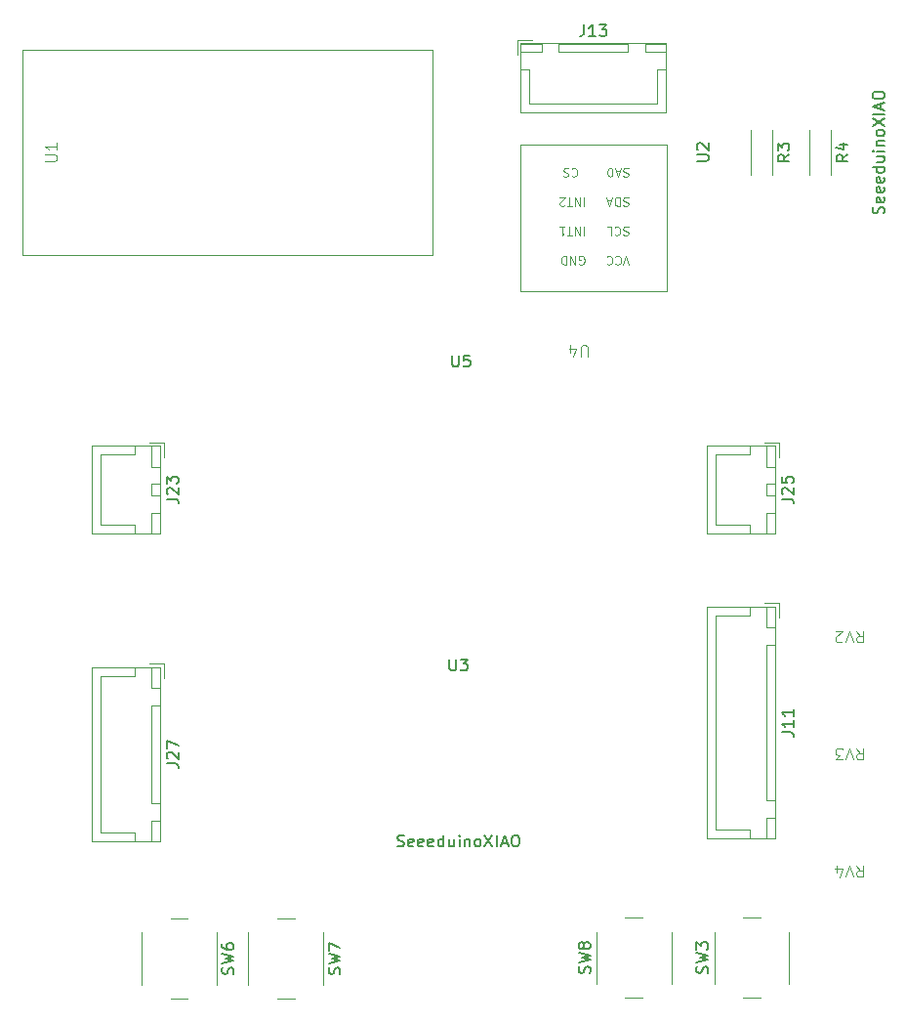
<source format=gbr>
%TF.GenerationSoftware,KiCad,Pcbnew,7.0.2-0*%
%TF.CreationDate,2023-08-02T22:29:10+09:00*%
%TF.ProjectId,main_board2,6d61696e-5f62-46f6-9172-64322e6b6963,rev?*%
%TF.SameCoordinates,Original*%
%TF.FileFunction,Legend,Top*%
%TF.FilePolarity,Positive*%
%FSLAX46Y46*%
G04 Gerber Fmt 4.6, Leading zero omitted, Abs format (unit mm)*
G04 Created by KiCad (PCBNEW 7.0.2-0) date 2023-08-02 22:29:10*
%MOMM*%
%LPD*%
G01*
G04 APERTURE LIST*
%ADD10C,0.150000*%
%ADD11C,0.100000*%
%ADD12C,0.120000*%
G04 APERTURE END LIST*
D10*
%TO.C,R4*%
X172562619Y-72556666D02*
X172086428Y-72889999D01*
X172562619Y-73128094D02*
X171562619Y-73128094D01*
X171562619Y-73128094D02*
X171562619Y-72747142D01*
X171562619Y-72747142D02*
X171610238Y-72651904D01*
X171610238Y-72651904D02*
X171657857Y-72604285D01*
X171657857Y-72604285D02*
X171753095Y-72556666D01*
X171753095Y-72556666D02*
X171895952Y-72556666D01*
X171895952Y-72556666D02*
X171991190Y-72604285D01*
X171991190Y-72604285D02*
X172038809Y-72651904D01*
X172038809Y-72651904D02*
X172086428Y-72747142D01*
X172086428Y-72747142D02*
X172086428Y-73128094D01*
X171895952Y-71699523D02*
X172562619Y-71699523D01*
X171515000Y-71937618D02*
X172229285Y-72175713D01*
X172229285Y-72175713D02*
X172229285Y-71556666D01*
D11*
%TO.C,RV2*%
X173315238Y-113837380D02*
X173648571Y-114313571D01*
X173886666Y-113837380D02*
X173886666Y-114837380D01*
X173886666Y-114837380D02*
X173505714Y-114837380D01*
X173505714Y-114837380D02*
X173410476Y-114789761D01*
X173410476Y-114789761D02*
X173362857Y-114742142D01*
X173362857Y-114742142D02*
X173315238Y-114646904D01*
X173315238Y-114646904D02*
X173315238Y-114504047D01*
X173315238Y-114504047D02*
X173362857Y-114408809D01*
X173362857Y-114408809D02*
X173410476Y-114361190D01*
X173410476Y-114361190D02*
X173505714Y-114313571D01*
X173505714Y-114313571D02*
X173886666Y-114313571D01*
X173029523Y-114837380D02*
X172696190Y-113837380D01*
X172696190Y-113837380D02*
X172362857Y-114837380D01*
X172077142Y-114742142D02*
X172029523Y-114789761D01*
X172029523Y-114789761D02*
X171934285Y-114837380D01*
X171934285Y-114837380D02*
X171696190Y-114837380D01*
X171696190Y-114837380D02*
X171600952Y-114789761D01*
X171600952Y-114789761D02*
X171553333Y-114742142D01*
X171553333Y-114742142D02*
X171505714Y-114646904D01*
X171505714Y-114646904D02*
X171505714Y-114551666D01*
X171505714Y-114551666D02*
X171553333Y-114408809D01*
X171553333Y-114408809D02*
X172124761Y-113837380D01*
X172124761Y-113837380D02*
X171505714Y-113837380D01*
%TO.C,RV3*%
X173315238Y-123997380D02*
X173648571Y-124473571D01*
X173886666Y-123997380D02*
X173886666Y-124997380D01*
X173886666Y-124997380D02*
X173505714Y-124997380D01*
X173505714Y-124997380D02*
X173410476Y-124949761D01*
X173410476Y-124949761D02*
X173362857Y-124902142D01*
X173362857Y-124902142D02*
X173315238Y-124806904D01*
X173315238Y-124806904D02*
X173315238Y-124664047D01*
X173315238Y-124664047D02*
X173362857Y-124568809D01*
X173362857Y-124568809D02*
X173410476Y-124521190D01*
X173410476Y-124521190D02*
X173505714Y-124473571D01*
X173505714Y-124473571D02*
X173886666Y-124473571D01*
X173029523Y-124997380D02*
X172696190Y-123997380D01*
X172696190Y-123997380D02*
X172362857Y-124997380D01*
X172124761Y-124997380D02*
X171505714Y-124997380D01*
X171505714Y-124997380D02*
X171839047Y-124616428D01*
X171839047Y-124616428D02*
X171696190Y-124616428D01*
X171696190Y-124616428D02*
X171600952Y-124568809D01*
X171600952Y-124568809D02*
X171553333Y-124521190D01*
X171553333Y-124521190D02*
X171505714Y-124425952D01*
X171505714Y-124425952D02*
X171505714Y-124187857D01*
X171505714Y-124187857D02*
X171553333Y-124092619D01*
X171553333Y-124092619D02*
X171600952Y-124045000D01*
X171600952Y-124045000D02*
X171696190Y-123997380D01*
X171696190Y-123997380D02*
X171981904Y-123997380D01*
X171981904Y-123997380D02*
X172077142Y-124045000D01*
X172077142Y-124045000D02*
X172124761Y-124092619D01*
D10*
%TO.C,SW3*%
X160395000Y-143498332D02*
X160442619Y-143355475D01*
X160442619Y-143355475D02*
X160442619Y-143117380D01*
X160442619Y-143117380D02*
X160395000Y-143022142D01*
X160395000Y-143022142D02*
X160347380Y-142974523D01*
X160347380Y-142974523D02*
X160252142Y-142926904D01*
X160252142Y-142926904D02*
X160156904Y-142926904D01*
X160156904Y-142926904D02*
X160061666Y-142974523D01*
X160061666Y-142974523D02*
X160014047Y-143022142D01*
X160014047Y-143022142D02*
X159966428Y-143117380D01*
X159966428Y-143117380D02*
X159918809Y-143307856D01*
X159918809Y-143307856D02*
X159871190Y-143403094D01*
X159871190Y-143403094D02*
X159823571Y-143450713D01*
X159823571Y-143450713D02*
X159728333Y-143498332D01*
X159728333Y-143498332D02*
X159633095Y-143498332D01*
X159633095Y-143498332D02*
X159537857Y-143450713D01*
X159537857Y-143450713D02*
X159490238Y-143403094D01*
X159490238Y-143403094D02*
X159442619Y-143307856D01*
X159442619Y-143307856D02*
X159442619Y-143069761D01*
X159442619Y-143069761D02*
X159490238Y-142926904D01*
X159442619Y-142593570D02*
X160442619Y-142355475D01*
X160442619Y-142355475D02*
X159728333Y-142164999D01*
X159728333Y-142164999D02*
X160442619Y-141974523D01*
X160442619Y-141974523D02*
X159442619Y-141736428D01*
X159442619Y-141450713D02*
X159442619Y-140831666D01*
X159442619Y-140831666D02*
X159823571Y-141164999D01*
X159823571Y-141164999D02*
X159823571Y-141022142D01*
X159823571Y-141022142D02*
X159871190Y-140926904D01*
X159871190Y-140926904D02*
X159918809Y-140879285D01*
X159918809Y-140879285D02*
X160014047Y-140831666D01*
X160014047Y-140831666D02*
X160252142Y-140831666D01*
X160252142Y-140831666D02*
X160347380Y-140879285D01*
X160347380Y-140879285D02*
X160395000Y-140926904D01*
X160395000Y-140926904D02*
X160442619Y-141022142D01*
X160442619Y-141022142D02*
X160442619Y-141307856D01*
X160442619Y-141307856D02*
X160395000Y-141403094D01*
X160395000Y-141403094D02*
X160347380Y-141450713D01*
%TO.C,R3*%
X167482619Y-72556666D02*
X167006428Y-72889999D01*
X167482619Y-73128094D02*
X166482619Y-73128094D01*
X166482619Y-73128094D02*
X166482619Y-72747142D01*
X166482619Y-72747142D02*
X166530238Y-72651904D01*
X166530238Y-72651904D02*
X166577857Y-72604285D01*
X166577857Y-72604285D02*
X166673095Y-72556666D01*
X166673095Y-72556666D02*
X166815952Y-72556666D01*
X166815952Y-72556666D02*
X166911190Y-72604285D01*
X166911190Y-72604285D02*
X166958809Y-72651904D01*
X166958809Y-72651904D02*
X167006428Y-72747142D01*
X167006428Y-72747142D02*
X167006428Y-73128094D01*
X166482619Y-72223332D02*
X166482619Y-71604285D01*
X166482619Y-71604285D02*
X166863571Y-71937618D01*
X166863571Y-71937618D02*
X166863571Y-71794761D01*
X166863571Y-71794761D02*
X166911190Y-71699523D01*
X166911190Y-71699523D02*
X166958809Y-71651904D01*
X166958809Y-71651904D02*
X167054047Y-71604285D01*
X167054047Y-71604285D02*
X167292142Y-71604285D01*
X167292142Y-71604285D02*
X167387380Y-71651904D01*
X167387380Y-71651904D02*
X167435000Y-71699523D01*
X167435000Y-71699523D02*
X167482619Y-71794761D01*
X167482619Y-71794761D02*
X167482619Y-72080475D01*
X167482619Y-72080475D02*
X167435000Y-72175713D01*
X167435000Y-72175713D02*
X167387380Y-72223332D01*
%TO.C,J27*%
X113502619Y-125349523D02*
X114216904Y-125349523D01*
X114216904Y-125349523D02*
X114359761Y-125397142D01*
X114359761Y-125397142D02*
X114455000Y-125492380D01*
X114455000Y-125492380D02*
X114502619Y-125635237D01*
X114502619Y-125635237D02*
X114502619Y-125730475D01*
X113597857Y-124920951D02*
X113550238Y-124873332D01*
X113550238Y-124873332D02*
X113502619Y-124778094D01*
X113502619Y-124778094D02*
X113502619Y-124539999D01*
X113502619Y-124539999D02*
X113550238Y-124444761D01*
X113550238Y-124444761D02*
X113597857Y-124397142D01*
X113597857Y-124397142D02*
X113693095Y-124349523D01*
X113693095Y-124349523D02*
X113788333Y-124349523D01*
X113788333Y-124349523D02*
X113931190Y-124397142D01*
X113931190Y-124397142D02*
X114502619Y-124968570D01*
X114502619Y-124968570D02*
X114502619Y-124349523D01*
X113502619Y-124016189D02*
X113502619Y-123349523D01*
X113502619Y-123349523D02*
X114502619Y-123778094D01*
%TO.C,U5*%
X138243695Y-89973619D02*
X138243695Y-90783142D01*
X138243695Y-90783142D02*
X138291314Y-90878380D01*
X138291314Y-90878380D02*
X138338933Y-90926000D01*
X138338933Y-90926000D02*
X138434171Y-90973619D01*
X138434171Y-90973619D02*
X138624647Y-90973619D01*
X138624647Y-90973619D02*
X138719885Y-90926000D01*
X138719885Y-90926000D02*
X138767504Y-90878380D01*
X138767504Y-90878380D02*
X138815123Y-90783142D01*
X138815123Y-90783142D02*
X138815123Y-89973619D01*
X139767504Y-89973619D02*
X139291314Y-89973619D01*
X139291314Y-89973619D02*
X139243695Y-90449809D01*
X139243695Y-90449809D02*
X139291314Y-90402190D01*
X139291314Y-90402190D02*
X139386552Y-90354571D01*
X139386552Y-90354571D02*
X139624647Y-90354571D01*
X139624647Y-90354571D02*
X139719885Y-90402190D01*
X139719885Y-90402190D02*
X139767504Y-90449809D01*
X139767504Y-90449809D02*
X139815123Y-90545047D01*
X139815123Y-90545047D02*
X139815123Y-90783142D01*
X139815123Y-90783142D02*
X139767504Y-90878380D01*
X139767504Y-90878380D02*
X139719885Y-90926000D01*
X139719885Y-90926000D02*
X139624647Y-90973619D01*
X139624647Y-90973619D02*
X139386552Y-90973619D01*
X139386552Y-90973619D02*
X139291314Y-90926000D01*
X139291314Y-90926000D02*
X139243695Y-90878380D01*
D11*
%TO.C,U4*%
X149986904Y-90072380D02*
X149986904Y-89262857D01*
X149986904Y-89262857D02*
X149939285Y-89167619D01*
X149939285Y-89167619D02*
X149891666Y-89120000D01*
X149891666Y-89120000D02*
X149796428Y-89072380D01*
X149796428Y-89072380D02*
X149605952Y-89072380D01*
X149605952Y-89072380D02*
X149510714Y-89120000D01*
X149510714Y-89120000D02*
X149463095Y-89167619D01*
X149463095Y-89167619D02*
X149415476Y-89262857D01*
X149415476Y-89262857D02*
X149415476Y-90072380D01*
X148510714Y-89739047D02*
X148510714Y-89072380D01*
X148748809Y-90120000D02*
X148986904Y-89405714D01*
X148986904Y-89405714D02*
X148367857Y-89405714D01*
X153527142Y-73787500D02*
X153420000Y-73751785D01*
X153420000Y-73751785D02*
X153241428Y-73751785D01*
X153241428Y-73751785D02*
X153170000Y-73787500D01*
X153170000Y-73787500D02*
X153134285Y-73823214D01*
X153134285Y-73823214D02*
X153098571Y-73894642D01*
X153098571Y-73894642D02*
X153098571Y-73966071D01*
X153098571Y-73966071D02*
X153134285Y-74037500D01*
X153134285Y-74037500D02*
X153170000Y-74073214D01*
X153170000Y-74073214D02*
X153241428Y-74108928D01*
X153241428Y-74108928D02*
X153384285Y-74144642D01*
X153384285Y-74144642D02*
X153455714Y-74180357D01*
X153455714Y-74180357D02*
X153491428Y-74216071D01*
X153491428Y-74216071D02*
X153527142Y-74287500D01*
X153527142Y-74287500D02*
X153527142Y-74358928D01*
X153527142Y-74358928D02*
X153491428Y-74430357D01*
X153491428Y-74430357D02*
X153455714Y-74466071D01*
X153455714Y-74466071D02*
X153384285Y-74501785D01*
X153384285Y-74501785D02*
X153205714Y-74501785D01*
X153205714Y-74501785D02*
X153098571Y-74466071D01*
X152812856Y-73966071D02*
X152455714Y-73966071D01*
X152884285Y-73751785D02*
X152634285Y-74501785D01*
X152634285Y-74501785D02*
X152384285Y-73751785D01*
X151991428Y-74501785D02*
X151919999Y-74501785D01*
X151919999Y-74501785D02*
X151848571Y-74466071D01*
X151848571Y-74466071D02*
X151812857Y-74430357D01*
X151812857Y-74430357D02*
X151777142Y-74358928D01*
X151777142Y-74358928D02*
X151741428Y-74216071D01*
X151741428Y-74216071D02*
X151741428Y-74037500D01*
X151741428Y-74037500D02*
X151777142Y-73894642D01*
X151777142Y-73894642D02*
X151812857Y-73823214D01*
X151812857Y-73823214D02*
X151848571Y-73787500D01*
X151848571Y-73787500D02*
X151919999Y-73751785D01*
X151919999Y-73751785D02*
X151991428Y-73751785D01*
X151991428Y-73751785D02*
X152062857Y-73787500D01*
X152062857Y-73787500D02*
X152098571Y-73823214D01*
X152098571Y-73823214D02*
X152134285Y-73894642D01*
X152134285Y-73894642D02*
X152169999Y-74037500D01*
X152169999Y-74037500D02*
X152169999Y-74216071D01*
X152169999Y-74216071D02*
X152134285Y-74358928D01*
X152134285Y-74358928D02*
X152098571Y-74430357D01*
X152098571Y-74430357D02*
X152062857Y-74466071D01*
X152062857Y-74466071D02*
X151991428Y-74501785D01*
X153527142Y-78867500D02*
X153420000Y-78831785D01*
X153420000Y-78831785D02*
X153241428Y-78831785D01*
X153241428Y-78831785D02*
X153170000Y-78867500D01*
X153170000Y-78867500D02*
X153134285Y-78903214D01*
X153134285Y-78903214D02*
X153098571Y-78974642D01*
X153098571Y-78974642D02*
X153098571Y-79046071D01*
X153098571Y-79046071D02*
X153134285Y-79117500D01*
X153134285Y-79117500D02*
X153170000Y-79153214D01*
X153170000Y-79153214D02*
X153241428Y-79188928D01*
X153241428Y-79188928D02*
X153384285Y-79224642D01*
X153384285Y-79224642D02*
X153455714Y-79260357D01*
X153455714Y-79260357D02*
X153491428Y-79296071D01*
X153491428Y-79296071D02*
X153527142Y-79367500D01*
X153527142Y-79367500D02*
X153527142Y-79438928D01*
X153527142Y-79438928D02*
X153491428Y-79510357D01*
X153491428Y-79510357D02*
X153455714Y-79546071D01*
X153455714Y-79546071D02*
X153384285Y-79581785D01*
X153384285Y-79581785D02*
X153205714Y-79581785D01*
X153205714Y-79581785D02*
X153098571Y-79546071D01*
X152348571Y-78903214D02*
X152384285Y-78867500D01*
X152384285Y-78867500D02*
X152491428Y-78831785D01*
X152491428Y-78831785D02*
X152562856Y-78831785D01*
X152562856Y-78831785D02*
X152669999Y-78867500D01*
X152669999Y-78867500D02*
X152741428Y-78938928D01*
X152741428Y-78938928D02*
X152777142Y-79010357D01*
X152777142Y-79010357D02*
X152812856Y-79153214D01*
X152812856Y-79153214D02*
X152812856Y-79260357D01*
X152812856Y-79260357D02*
X152777142Y-79403214D01*
X152777142Y-79403214D02*
X152741428Y-79474642D01*
X152741428Y-79474642D02*
X152669999Y-79546071D01*
X152669999Y-79546071D02*
X152562856Y-79581785D01*
X152562856Y-79581785D02*
X152491428Y-79581785D01*
X152491428Y-79581785D02*
X152384285Y-79546071D01*
X152384285Y-79546071D02*
X152348571Y-79510357D01*
X151669999Y-78831785D02*
X152027142Y-78831785D01*
X152027142Y-78831785D02*
X152027142Y-79581785D01*
X149681428Y-78831785D02*
X149681428Y-79581785D01*
X149324285Y-78831785D02*
X149324285Y-79581785D01*
X149324285Y-79581785D02*
X148895714Y-78831785D01*
X148895714Y-78831785D02*
X148895714Y-79581785D01*
X148645714Y-79581785D02*
X148217143Y-79581785D01*
X148431428Y-78831785D02*
X148431428Y-79581785D01*
X147574285Y-78831785D02*
X148002856Y-78831785D01*
X147788571Y-78831785D02*
X147788571Y-79581785D01*
X147788571Y-79581785D02*
X147859999Y-79474642D01*
X147859999Y-79474642D02*
X147931428Y-79403214D01*
X147931428Y-79403214D02*
X148002856Y-79367500D01*
X149681428Y-76291785D02*
X149681428Y-77041785D01*
X149324285Y-76291785D02*
X149324285Y-77041785D01*
X149324285Y-77041785D02*
X148895714Y-76291785D01*
X148895714Y-76291785D02*
X148895714Y-77041785D01*
X148645714Y-77041785D02*
X148217143Y-77041785D01*
X148431428Y-76291785D02*
X148431428Y-77041785D01*
X148002856Y-76970357D02*
X147967142Y-77006071D01*
X147967142Y-77006071D02*
X147895714Y-77041785D01*
X147895714Y-77041785D02*
X147717142Y-77041785D01*
X147717142Y-77041785D02*
X147645714Y-77006071D01*
X147645714Y-77006071D02*
X147609999Y-76970357D01*
X147609999Y-76970357D02*
X147574285Y-76898928D01*
X147574285Y-76898928D02*
X147574285Y-76827500D01*
X147574285Y-76827500D02*
X147609999Y-76720357D01*
X147609999Y-76720357D02*
X148038571Y-76291785D01*
X148038571Y-76291785D02*
X147574285Y-76291785D01*
X148617857Y-73823214D02*
X148653571Y-73787500D01*
X148653571Y-73787500D02*
X148760714Y-73751785D01*
X148760714Y-73751785D02*
X148832142Y-73751785D01*
X148832142Y-73751785D02*
X148939285Y-73787500D01*
X148939285Y-73787500D02*
X149010714Y-73858928D01*
X149010714Y-73858928D02*
X149046428Y-73930357D01*
X149046428Y-73930357D02*
X149082142Y-74073214D01*
X149082142Y-74073214D02*
X149082142Y-74180357D01*
X149082142Y-74180357D02*
X149046428Y-74323214D01*
X149046428Y-74323214D02*
X149010714Y-74394642D01*
X149010714Y-74394642D02*
X148939285Y-74466071D01*
X148939285Y-74466071D02*
X148832142Y-74501785D01*
X148832142Y-74501785D02*
X148760714Y-74501785D01*
X148760714Y-74501785D02*
X148653571Y-74466071D01*
X148653571Y-74466071D02*
X148617857Y-74430357D01*
X148332142Y-73787500D02*
X148225000Y-73751785D01*
X148225000Y-73751785D02*
X148046428Y-73751785D01*
X148046428Y-73751785D02*
X147975000Y-73787500D01*
X147975000Y-73787500D02*
X147939285Y-73823214D01*
X147939285Y-73823214D02*
X147903571Y-73894642D01*
X147903571Y-73894642D02*
X147903571Y-73966071D01*
X147903571Y-73966071D02*
X147939285Y-74037500D01*
X147939285Y-74037500D02*
X147975000Y-74073214D01*
X147975000Y-74073214D02*
X148046428Y-74108928D01*
X148046428Y-74108928D02*
X148189285Y-74144642D01*
X148189285Y-74144642D02*
X148260714Y-74180357D01*
X148260714Y-74180357D02*
X148296428Y-74216071D01*
X148296428Y-74216071D02*
X148332142Y-74287500D01*
X148332142Y-74287500D02*
X148332142Y-74358928D01*
X148332142Y-74358928D02*
X148296428Y-74430357D01*
X148296428Y-74430357D02*
X148260714Y-74466071D01*
X148260714Y-74466071D02*
X148189285Y-74501785D01*
X148189285Y-74501785D02*
X148010714Y-74501785D01*
X148010714Y-74501785D02*
X147903571Y-74466071D01*
X149288571Y-82086071D02*
X149360000Y-82121785D01*
X149360000Y-82121785D02*
X149467142Y-82121785D01*
X149467142Y-82121785D02*
X149574285Y-82086071D01*
X149574285Y-82086071D02*
X149645714Y-82014642D01*
X149645714Y-82014642D02*
X149681428Y-81943214D01*
X149681428Y-81943214D02*
X149717142Y-81800357D01*
X149717142Y-81800357D02*
X149717142Y-81693214D01*
X149717142Y-81693214D02*
X149681428Y-81550357D01*
X149681428Y-81550357D02*
X149645714Y-81478928D01*
X149645714Y-81478928D02*
X149574285Y-81407500D01*
X149574285Y-81407500D02*
X149467142Y-81371785D01*
X149467142Y-81371785D02*
X149395714Y-81371785D01*
X149395714Y-81371785D02*
X149288571Y-81407500D01*
X149288571Y-81407500D02*
X149252857Y-81443214D01*
X149252857Y-81443214D02*
X149252857Y-81693214D01*
X149252857Y-81693214D02*
X149395714Y-81693214D01*
X148931428Y-81371785D02*
X148931428Y-82121785D01*
X148931428Y-82121785D02*
X148502857Y-81371785D01*
X148502857Y-81371785D02*
X148502857Y-82121785D01*
X148145714Y-81371785D02*
X148145714Y-82121785D01*
X148145714Y-82121785D02*
X147967143Y-82121785D01*
X147967143Y-82121785D02*
X147860000Y-82086071D01*
X147860000Y-82086071D02*
X147788571Y-82014642D01*
X147788571Y-82014642D02*
X147752857Y-81943214D01*
X147752857Y-81943214D02*
X147717143Y-81800357D01*
X147717143Y-81800357D02*
X147717143Y-81693214D01*
X147717143Y-81693214D02*
X147752857Y-81550357D01*
X147752857Y-81550357D02*
X147788571Y-81478928D01*
X147788571Y-81478928D02*
X147860000Y-81407500D01*
X147860000Y-81407500D02*
X147967143Y-81371785D01*
X147967143Y-81371785D02*
X148145714Y-81371785D01*
X153598571Y-82121785D02*
X153348571Y-81371785D01*
X153348571Y-81371785D02*
X153098571Y-82121785D01*
X152420000Y-81443214D02*
X152455714Y-81407500D01*
X152455714Y-81407500D02*
X152562857Y-81371785D01*
X152562857Y-81371785D02*
X152634285Y-81371785D01*
X152634285Y-81371785D02*
X152741428Y-81407500D01*
X152741428Y-81407500D02*
X152812857Y-81478928D01*
X152812857Y-81478928D02*
X152848571Y-81550357D01*
X152848571Y-81550357D02*
X152884285Y-81693214D01*
X152884285Y-81693214D02*
X152884285Y-81800357D01*
X152884285Y-81800357D02*
X152848571Y-81943214D01*
X152848571Y-81943214D02*
X152812857Y-82014642D01*
X152812857Y-82014642D02*
X152741428Y-82086071D01*
X152741428Y-82086071D02*
X152634285Y-82121785D01*
X152634285Y-82121785D02*
X152562857Y-82121785D01*
X152562857Y-82121785D02*
X152455714Y-82086071D01*
X152455714Y-82086071D02*
X152420000Y-82050357D01*
X151670000Y-81443214D02*
X151705714Y-81407500D01*
X151705714Y-81407500D02*
X151812857Y-81371785D01*
X151812857Y-81371785D02*
X151884285Y-81371785D01*
X151884285Y-81371785D02*
X151991428Y-81407500D01*
X151991428Y-81407500D02*
X152062857Y-81478928D01*
X152062857Y-81478928D02*
X152098571Y-81550357D01*
X152098571Y-81550357D02*
X152134285Y-81693214D01*
X152134285Y-81693214D02*
X152134285Y-81800357D01*
X152134285Y-81800357D02*
X152098571Y-81943214D01*
X152098571Y-81943214D02*
X152062857Y-82014642D01*
X152062857Y-82014642D02*
X151991428Y-82086071D01*
X151991428Y-82086071D02*
X151884285Y-82121785D01*
X151884285Y-82121785D02*
X151812857Y-82121785D01*
X151812857Y-82121785D02*
X151705714Y-82086071D01*
X151705714Y-82086071D02*
X151670000Y-82050357D01*
X153527142Y-76327500D02*
X153420000Y-76291785D01*
X153420000Y-76291785D02*
X153241428Y-76291785D01*
X153241428Y-76291785D02*
X153170000Y-76327500D01*
X153170000Y-76327500D02*
X153134285Y-76363214D01*
X153134285Y-76363214D02*
X153098571Y-76434642D01*
X153098571Y-76434642D02*
X153098571Y-76506071D01*
X153098571Y-76506071D02*
X153134285Y-76577500D01*
X153134285Y-76577500D02*
X153170000Y-76613214D01*
X153170000Y-76613214D02*
X153241428Y-76648928D01*
X153241428Y-76648928D02*
X153384285Y-76684642D01*
X153384285Y-76684642D02*
X153455714Y-76720357D01*
X153455714Y-76720357D02*
X153491428Y-76756071D01*
X153491428Y-76756071D02*
X153527142Y-76827500D01*
X153527142Y-76827500D02*
X153527142Y-76898928D01*
X153527142Y-76898928D02*
X153491428Y-76970357D01*
X153491428Y-76970357D02*
X153455714Y-77006071D01*
X153455714Y-77006071D02*
X153384285Y-77041785D01*
X153384285Y-77041785D02*
X153205714Y-77041785D01*
X153205714Y-77041785D02*
X153098571Y-77006071D01*
X152777142Y-76291785D02*
X152777142Y-77041785D01*
X152777142Y-77041785D02*
X152598571Y-77041785D01*
X152598571Y-77041785D02*
X152491428Y-77006071D01*
X152491428Y-77006071D02*
X152419999Y-76934642D01*
X152419999Y-76934642D02*
X152384285Y-76863214D01*
X152384285Y-76863214D02*
X152348571Y-76720357D01*
X152348571Y-76720357D02*
X152348571Y-76613214D01*
X152348571Y-76613214D02*
X152384285Y-76470357D01*
X152384285Y-76470357D02*
X152419999Y-76398928D01*
X152419999Y-76398928D02*
X152491428Y-76327500D01*
X152491428Y-76327500D02*
X152598571Y-76291785D01*
X152598571Y-76291785D02*
X152777142Y-76291785D01*
X152062856Y-76506071D02*
X151705714Y-76506071D01*
X152134285Y-76291785D02*
X151884285Y-77041785D01*
X151884285Y-77041785D02*
X151634285Y-76291785D01*
D10*
%TO.C,U2*%
X159482619Y-73151904D02*
X160292142Y-73151904D01*
X160292142Y-73151904D02*
X160387380Y-73104285D01*
X160387380Y-73104285D02*
X160435000Y-73056666D01*
X160435000Y-73056666D02*
X160482619Y-72961428D01*
X160482619Y-72961428D02*
X160482619Y-72770952D01*
X160482619Y-72770952D02*
X160435000Y-72675714D01*
X160435000Y-72675714D02*
X160387380Y-72628095D01*
X160387380Y-72628095D02*
X160292142Y-72580476D01*
X160292142Y-72580476D02*
X159482619Y-72580476D01*
X159577857Y-72151904D02*
X159530238Y-72104285D01*
X159530238Y-72104285D02*
X159482619Y-72009047D01*
X159482619Y-72009047D02*
X159482619Y-71770952D01*
X159482619Y-71770952D02*
X159530238Y-71675714D01*
X159530238Y-71675714D02*
X159577857Y-71628095D01*
X159577857Y-71628095D02*
X159673095Y-71580476D01*
X159673095Y-71580476D02*
X159768333Y-71580476D01*
X159768333Y-71580476D02*
X159911190Y-71628095D01*
X159911190Y-71628095D02*
X160482619Y-72199523D01*
X160482619Y-72199523D02*
X160482619Y-71580476D01*
X175675000Y-77675713D02*
X175722619Y-77532856D01*
X175722619Y-77532856D02*
X175722619Y-77294761D01*
X175722619Y-77294761D02*
X175675000Y-77199523D01*
X175675000Y-77199523D02*
X175627380Y-77151904D01*
X175627380Y-77151904D02*
X175532142Y-77104285D01*
X175532142Y-77104285D02*
X175436904Y-77104285D01*
X175436904Y-77104285D02*
X175341666Y-77151904D01*
X175341666Y-77151904D02*
X175294047Y-77199523D01*
X175294047Y-77199523D02*
X175246428Y-77294761D01*
X175246428Y-77294761D02*
X175198809Y-77485237D01*
X175198809Y-77485237D02*
X175151190Y-77580475D01*
X175151190Y-77580475D02*
X175103571Y-77628094D01*
X175103571Y-77628094D02*
X175008333Y-77675713D01*
X175008333Y-77675713D02*
X174913095Y-77675713D01*
X174913095Y-77675713D02*
X174817857Y-77628094D01*
X174817857Y-77628094D02*
X174770238Y-77580475D01*
X174770238Y-77580475D02*
X174722619Y-77485237D01*
X174722619Y-77485237D02*
X174722619Y-77247142D01*
X174722619Y-77247142D02*
X174770238Y-77104285D01*
X175675000Y-76294761D02*
X175722619Y-76389999D01*
X175722619Y-76389999D02*
X175722619Y-76580475D01*
X175722619Y-76580475D02*
X175675000Y-76675713D01*
X175675000Y-76675713D02*
X175579761Y-76723332D01*
X175579761Y-76723332D02*
X175198809Y-76723332D01*
X175198809Y-76723332D02*
X175103571Y-76675713D01*
X175103571Y-76675713D02*
X175055952Y-76580475D01*
X175055952Y-76580475D02*
X175055952Y-76389999D01*
X175055952Y-76389999D02*
X175103571Y-76294761D01*
X175103571Y-76294761D02*
X175198809Y-76247142D01*
X175198809Y-76247142D02*
X175294047Y-76247142D01*
X175294047Y-76247142D02*
X175389285Y-76723332D01*
X175675000Y-75437618D02*
X175722619Y-75532856D01*
X175722619Y-75532856D02*
X175722619Y-75723332D01*
X175722619Y-75723332D02*
X175675000Y-75818570D01*
X175675000Y-75818570D02*
X175579761Y-75866189D01*
X175579761Y-75866189D02*
X175198809Y-75866189D01*
X175198809Y-75866189D02*
X175103571Y-75818570D01*
X175103571Y-75818570D02*
X175055952Y-75723332D01*
X175055952Y-75723332D02*
X175055952Y-75532856D01*
X175055952Y-75532856D02*
X175103571Y-75437618D01*
X175103571Y-75437618D02*
X175198809Y-75389999D01*
X175198809Y-75389999D02*
X175294047Y-75389999D01*
X175294047Y-75389999D02*
X175389285Y-75866189D01*
X175675000Y-74580475D02*
X175722619Y-74675713D01*
X175722619Y-74675713D02*
X175722619Y-74866189D01*
X175722619Y-74866189D02*
X175675000Y-74961427D01*
X175675000Y-74961427D02*
X175579761Y-75009046D01*
X175579761Y-75009046D02*
X175198809Y-75009046D01*
X175198809Y-75009046D02*
X175103571Y-74961427D01*
X175103571Y-74961427D02*
X175055952Y-74866189D01*
X175055952Y-74866189D02*
X175055952Y-74675713D01*
X175055952Y-74675713D02*
X175103571Y-74580475D01*
X175103571Y-74580475D02*
X175198809Y-74532856D01*
X175198809Y-74532856D02*
X175294047Y-74532856D01*
X175294047Y-74532856D02*
X175389285Y-75009046D01*
X175722619Y-73675713D02*
X174722619Y-73675713D01*
X175675000Y-73675713D02*
X175722619Y-73770951D01*
X175722619Y-73770951D02*
X175722619Y-73961427D01*
X175722619Y-73961427D02*
X175675000Y-74056665D01*
X175675000Y-74056665D02*
X175627380Y-74104284D01*
X175627380Y-74104284D02*
X175532142Y-74151903D01*
X175532142Y-74151903D02*
X175246428Y-74151903D01*
X175246428Y-74151903D02*
X175151190Y-74104284D01*
X175151190Y-74104284D02*
X175103571Y-74056665D01*
X175103571Y-74056665D02*
X175055952Y-73961427D01*
X175055952Y-73961427D02*
X175055952Y-73770951D01*
X175055952Y-73770951D02*
X175103571Y-73675713D01*
X175055952Y-72770951D02*
X175722619Y-72770951D01*
X175055952Y-73199522D02*
X175579761Y-73199522D01*
X175579761Y-73199522D02*
X175675000Y-73151903D01*
X175675000Y-73151903D02*
X175722619Y-73056665D01*
X175722619Y-73056665D02*
X175722619Y-72913808D01*
X175722619Y-72913808D02*
X175675000Y-72818570D01*
X175675000Y-72818570D02*
X175627380Y-72770951D01*
X175722619Y-72294760D02*
X175055952Y-72294760D01*
X174722619Y-72294760D02*
X174770238Y-72342379D01*
X174770238Y-72342379D02*
X174817857Y-72294760D01*
X174817857Y-72294760D02*
X174770238Y-72247141D01*
X174770238Y-72247141D02*
X174722619Y-72294760D01*
X174722619Y-72294760D02*
X174817857Y-72294760D01*
X175055952Y-71818570D02*
X175722619Y-71818570D01*
X175151190Y-71818570D02*
X175103571Y-71770951D01*
X175103571Y-71770951D02*
X175055952Y-71675713D01*
X175055952Y-71675713D02*
X175055952Y-71532856D01*
X175055952Y-71532856D02*
X175103571Y-71437618D01*
X175103571Y-71437618D02*
X175198809Y-71389999D01*
X175198809Y-71389999D02*
X175722619Y-71389999D01*
X175722619Y-70770951D02*
X175675000Y-70866189D01*
X175675000Y-70866189D02*
X175627380Y-70913808D01*
X175627380Y-70913808D02*
X175532142Y-70961427D01*
X175532142Y-70961427D02*
X175246428Y-70961427D01*
X175246428Y-70961427D02*
X175151190Y-70913808D01*
X175151190Y-70913808D02*
X175103571Y-70866189D01*
X175103571Y-70866189D02*
X175055952Y-70770951D01*
X175055952Y-70770951D02*
X175055952Y-70628094D01*
X175055952Y-70628094D02*
X175103571Y-70532856D01*
X175103571Y-70532856D02*
X175151190Y-70485237D01*
X175151190Y-70485237D02*
X175246428Y-70437618D01*
X175246428Y-70437618D02*
X175532142Y-70437618D01*
X175532142Y-70437618D02*
X175627380Y-70485237D01*
X175627380Y-70485237D02*
X175675000Y-70532856D01*
X175675000Y-70532856D02*
X175722619Y-70628094D01*
X175722619Y-70628094D02*
X175722619Y-70770951D01*
X174722619Y-70104284D02*
X175722619Y-69437618D01*
X174722619Y-69437618D02*
X175722619Y-70104284D01*
X175722619Y-69056665D02*
X174722619Y-69056665D01*
X175436904Y-68628094D02*
X175436904Y-68151904D01*
X175722619Y-68723332D02*
X174722619Y-68389999D01*
X174722619Y-68389999D02*
X175722619Y-68056666D01*
X174722619Y-67532856D02*
X174722619Y-67342380D01*
X174722619Y-67342380D02*
X174770238Y-67247142D01*
X174770238Y-67247142D02*
X174865476Y-67151904D01*
X174865476Y-67151904D02*
X175055952Y-67104285D01*
X175055952Y-67104285D02*
X175389285Y-67104285D01*
X175389285Y-67104285D02*
X175579761Y-67151904D01*
X175579761Y-67151904D02*
X175675000Y-67247142D01*
X175675000Y-67247142D02*
X175722619Y-67342380D01*
X175722619Y-67342380D02*
X175722619Y-67532856D01*
X175722619Y-67532856D02*
X175675000Y-67628094D01*
X175675000Y-67628094D02*
X175579761Y-67723332D01*
X175579761Y-67723332D02*
X175389285Y-67770951D01*
X175389285Y-67770951D02*
X175055952Y-67770951D01*
X175055952Y-67770951D02*
X174865476Y-67723332D01*
X174865476Y-67723332D02*
X174770238Y-67628094D01*
X174770238Y-67628094D02*
X174722619Y-67532856D01*
%TO.C,J11*%
X166842619Y-122609523D02*
X167556904Y-122609523D01*
X167556904Y-122609523D02*
X167699761Y-122657142D01*
X167699761Y-122657142D02*
X167795000Y-122752380D01*
X167795000Y-122752380D02*
X167842619Y-122895237D01*
X167842619Y-122895237D02*
X167842619Y-122990475D01*
X167842619Y-121609523D02*
X167842619Y-122180951D01*
X167842619Y-121895237D02*
X166842619Y-121895237D01*
X166842619Y-121895237D02*
X166985476Y-121990475D01*
X166985476Y-121990475D02*
X167080714Y-122085713D01*
X167080714Y-122085713D02*
X167128333Y-122180951D01*
X167842619Y-120657142D02*
X167842619Y-121228570D01*
X167842619Y-120942856D02*
X166842619Y-120942856D01*
X166842619Y-120942856D02*
X166985476Y-121038094D01*
X166985476Y-121038094D02*
X167080714Y-121133332D01*
X167080714Y-121133332D02*
X167128333Y-121228570D01*
D11*
%TO.C,RV4*%
X173315238Y-134157380D02*
X173648571Y-134633571D01*
X173886666Y-134157380D02*
X173886666Y-135157380D01*
X173886666Y-135157380D02*
X173505714Y-135157380D01*
X173505714Y-135157380D02*
X173410476Y-135109761D01*
X173410476Y-135109761D02*
X173362857Y-135062142D01*
X173362857Y-135062142D02*
X173315238Y-134966904D01*
X173315238Y-134966904D02*
X173315238Y-134824047D01*
X173315238Y-134824047D02*
X173362857Y-134728809D01*
X173362857Y-134728809D02*
X173410476Y-134681190D01*
X173410476Y-134681190D02*
X173505714Y-134633571D01*
X173505714Y-134633571D02*
X173886666Y-134633571D01*
X173029523Y-135157380D02*
X172696190Y-134157380D01*
X172696190Y-134157380D02*
X172362857Y-135157380D01*
X171600952Y-134824047D02*
X171600952Y-134157380D01*
X171839047Y-135205000D02*
X172077142Y-134490714D01*
X172077142Y-134490714D02*
X171458095Y-134490714D01*
D10*
%TO.C,SW8*%
X150180000Y-143498332D02*
X150227619Y-143355475D01*
X150227619Y-143355475D02*
X150227619Y-143117380D01*
X150227619Y-143117380D02*
X150180000Y-143022142D01*
X150180000Y-143022142D02*
X150132380Y-142974523D01*
X150132380Y-142974523D02*
X150037142Y-142926904D01*
X150037142Y-142926904D02*
X149941904Y-142926904D01*
X149941904Y-142926904D02*
X149846666Y-142974523D01*
X149846666Y-142974523D02*
X149799047Y-143022142D01*
X149799047Y-143022142D02*
X149751428Y-143117380D01*
X149751428Y-143117380D02*
X149703809Y-143307856D01*
X149703809Y-143307856D02*
X149656190Y-143403094D01*
X149656190Y-143403094D02*
X149608571Y-143450713D01*
X149608571Y-143450713D02*
X149513333Y-143498332D01*
X149513333Y-143498332D02*
X149418095Y-143498332D01*
X149418095Y-143498332D02*
X149322857Y-143450713D01*
X149322857Y-143450713D02*
X149275238Y-143403094D01*
X149275238Y-143403094D02*
X149227619Y-143307856D01*
X149227619Y-143307856D02*
X149227619Y-143069761D01*
X149227619Y-143069761D02*
X149275238Y-142926904D01*
X149227619Y-142593570D02*
X150227619Y-142355475D01*
X150227619Y-142355475D02*
X149513333Y-142164999D01*
X149513333Y-142164999D02*
X150227619Y-141974523D01*
X150227619Y-141974523D02*
X149227619Y-141736428D01*
X149656190Y-141212618D02*
X149608571Y-141307856D01*
X149608571Y-141307856D02*
X149560952Y-141355475D01*
X149560952Y-141355475D02*
X149465714Y-141403094D01*
X149465714Y-141403094D02*
X149418095Y-141403094D01*
X149418095Y-141403094D02*
X149322857Y-141355475D01*
X149322857Y-141355475D02*
X149275238Y-141307856D01*
X149275238Y-141307856D02*
X149227619Y-141212618D01*
X149227619Y-141212618D02*
X149227619Y-141022142D01*
X149227619Y-141022142D02*
X149275238Y-140926904D01*
X149275238Y-140926904D02*
X149322857Y-140879285D01*
X149322857Y-140879285D02*
X149418095Y-140831666D01*
X149418095Y-140831666D02*
X149465714Y-140831666D01*
X149465714Y-140831666D02*
X149560952Y-140879285D01*
X149560952Y-140879285D02*
X149608571Y-140926904D01*
X149608571Y-140926904D02*
X149656190Y-141022142D01*
X149656190Y-141022142D02*
X149656190Y-141212618D01*
X149656190Y-141212618D02*
X149703809Y-141307856D01*
X149703809Y-141307856D02*
X149751428Y-141355475D01*
X149751428Y-141355475D02*
X149846666Y-141403094D01*
X149846666Y-141403094D02*
X150037142Y-141403094D01*
X150037142Y-141403094D02*
X150132380Y-141355475D01*
X150132380Y-141355475D02*
X150180000Y-141307856D01*
X150180000Y-141307856D02*
X150227619Y-141212618D01*
X150227619Y-141212618D02*
X150227619Y-141022142D01*
X150227619Y-141022142D02*
X150180000Y-140926904D01*
X150180000Y-140926904D02*
X150132380Y-140879285D01*
X150132380Y-140879285D02*
X150037142Y-140831666D01*
X150037142Y-140831666D02*
X149846666Y-140831666D01*
X149846666Y-140831666D02*
X149751428Y-140879285D01*
X149751428Y-140879285D02*
X149703809Y-140926904D01*
X149703809Y-140926904D02*
X149656190Y-141022142D01*
%TO.C,U3*%
X138023695Y-116302619D02*
X138023695Y-117112142D01*
X138023695Y-117112142D02*
X138071314Y-117207380D01*
X138071314Y-117207380D02*
X138118933Y-117255000D01*
X138118933Y-117255000D02*
X138214171Y-117302619D01*
X138214171Y-117302619D02*
X138404647Y-117302619D01*
X138404647Y-117302619D02*
X138499885Y-117255000D01*
X138499885Y-117255000D02*
X138547504Y-117207380D01*
X138547504Y-117207380D02*
X138595123Y-117112142D01*
X138595123Y-117112142D02*
X138595123Y-116302619D01*
X138976076Y-116302619D02*
X139595123Y-116302619D01*
X139595123Y-116302619D02*
X139261790Y-116683571D01*
X139261790Y-116683571D02*
X139404647Y-116683571D01*
X139404647Y-116683571D02*
X139499885Y-116731190D01*
X139499885Y-116731190D02*
X139547504Y-116778809D01*
X139547504Y-116778809D02*
X139595123Y-116874047D01*
X139595123Y-116874047D02*
X139595123Y-117112142D01*
X139595123Y-117112142D02*
X139547504Y-117207380D01*
X139547504Y-117207380D02*
X139499885Y-117255000D01*
X139499885Y-117255000D02*
X139404647Y-117302619D01*
X139404647Y-117302619D02*
X139118933Y-117302619D01*
X139118933Y-117302619D02*
X139023695Y-117255000D01*
X139023695Y-117255000D02*
X138976076Y-117207380D01*
X133499886Y-132495000D02*
X133642743Y-132542619D01*
X133642743Y-132542619D02*
X133880838Y-132542619D01*
X133880838Y-132542619D02*
X133976076Y-132495000D01*
X133976076Y-132495000D02*
X134023695Y-132447380D01*
X134023695Y-132447380D02*
X134071314Y-132352142D01*
X134071314Y-132352142D02*
X134071314Y-132256904D01*
X134071314Y-132256904D02*
X134023695Y-132161666D01*
X134023695Y-132161666D02*
X133976076Y-132114047D01*
X133976076Y-132114047D02*
X133880838Y-132066428D01*
X133880838Y-132066428D02*
X133690362Y-132018809D01*
X133690362Y-132018809D02*
X133595124Y-131971190D01*
X133595124Y-131971190D02*
X133547505Y-131923571D01*
X133547505Y-131923571D02*
X133499886Y-131828333D01*
X133499886Y-131828333D02*
X133499886Y-131733095D01*
X133499886Y-131733095D02*
X133547505Y-131637857D01*
X133547505Y-131637857D02*
X133595124Y-131590238D01*
X133595124Y-131590238D02*
X133690362Y-131542619D01*
X133690362Y-131542619D02*
X133928457Y-131542619D01*
X133928457Y-131542619D02*
X134071314Y-131590238D01*
X134880838Y-132495000D02*
X134785600Y-132542619D01*
X134785600Y-132542619D02*
X134595124Y-132542619D01*
X134595124Y-132542619D02*
X134499886Y-132495000D01*
X134499886Y-132495000D02*
X134452267Y-132399761D01*
X134452267Y-132399761D02*
X134452267Y-132018809D01*
X134452267Y-132018809D02*
X134499886Y-131923571D01*
X134499886Y-131923571D02*
X134595124Y-131875952D01*
X134595124Y-131875952D02*
X134785600Y-131875952D01*
X134785600Y-131875952D02*
X134880838Y-131923571D01*
X134880838Y-131923571D02*
X134928457Y-132018809D01*
X134928457Y-132018809D02*
X134928457Y-132114047D01*
X134928457Y-132114047D02*
X134452267Y-132209285D01*
X135737981Y-132495000D02*
X135642743Y-132542619D01*
X135642743Y-132542619D02*
X135452267Y-132542619D01*
X135452267Y-132542619D02*
X135357029Y-132495000D01*
X135357029Y-132495000D02*
X135309410Y-132399761D01*
X135309410Y-132399761D02*
X135309410Y-132018809D01*
X135309410Y-132018809D02*
X135357029Y-131923571D01*
X135357029Y-131923571D02*
X135452267Y-131875952D01*
X135452267Y-131875952D02*
X135642743Y-131875952D01*
X135642743Y-131875952D02*
X135737981Y-131923571D01*
X135737981Y-131923571D02*
X135785600Y-132018809D01*
X135785600Y-132018809D02*
X135785600Y-132114047D01*
X135785600Y-132114047D02*
X135309410Y-132209285D01*
X136595124Y-132495000D02*
X136499886Y-132542619D01*
X136499886Y-132542619D02*
X136309410Y-132542619D01*
X136309410Y-132542619D02*
X136214172Y-132495000D01*
X136214172Y-132495000D02*
X136166553Y-132399761D01*
X136166553Y-132399761D02*
X136166553Y-132018809D01*
X136166553Y-132018809D02*
X136214172Y-131923571D01*
X136214172Y-131923571D02*
X136309410Y-131875952D01*
X136309410Y-131875952D02*
X136499886Y-131875952D01*
X136499886Y-131875952D02*
X136595124Y-131923571D01*
X136595124Y-131923571D02*
X136642743Y-132018809D01*
X136642743Y-132018809D02*
X136642743Y-132114047D01*
X136642743Y-132114047D02*
X136166553Y-132209285D01*
X137499886Y-132542619D02*
X137499886Y-131542619D01*
X137499886Y-132495000D02*
X137404648Y-132542619D01*
X137404648Y-132542619D02*
X137214172Y-132542619D01*
X137214172Y-132542619D02*
X137118934Y-132495000D01*
X137118934Y-132495000D02*
X137071315Y-132447380D01*
X137071315Y-132447380D02*
X137023696Y-132352142D01*
X137023696Y-132352142D02*
X137023696Y-132066428D01*
X137023696Y-132066428D02*
X137071315Y-131971190D01*
X137071315Y-131971190D02*
X137118934Y-131923571D01*
X137118934Y-131923571D02*
X137214172Y-131875952D01*
X137214172Y-131875952D02*
X137404648Y-131875952D01*
X137404648Y-131875952D02*
X137499886Y-131923571D01*
X138404648Y-131875952D02*
X138404648Y-132542619D01*
X137976077Y-131875952D02*
X137976077Y-132399761D01*
X137976077Y-132399761D02*
X138023696Y-132495000D01*
X138023696Y-132495000D02*
X138118934Y-132542619D01*
X138118934Y-132542619D02*
X138261791Y-132542619D01*
X138261791Y-132542619D02*
X138357029Y-132495000D01*
X138357029Y-132495000D02*
X138404648Y-132447380D01*
X138880839Y-132542619D02*
X138880839Y-131875952D01*
X138880839Y-131542619D02*
X138833220Y-131590238D01*
X138833220Y-131590238D02*
X138880839Y-131637857D01*
X138880839Y-131637857D02*
X138928458Y-131590238D01*
X138928458Y-131590238D02*
X138880839Y-131542619D01*
X138880839Y-131542619D02*
X138880839Y-131637857D01*
X139357029Y-131875952D02*
X139357029Y-132542619D01*
X139357029Y-131971190D02*
X139404648Y-131923571D01*
X139404648Y-131923571D02*
X139499886Y-131875952D01*
X139499886Y-131875952D02*
X139642743Y-131875952D01*
X139642743Y-131875952D02*
X139737981Y-131923571D01*
X139737981Y-131923571D02*
X139785600Y-132018809D01*
X139785600Y-132018809D02*
X139785600Y-132542619D01*
X140404648Y-132542619D02*
X140309410Y-132495000D01*
X140309410Y-132495000D02*
X140261791Y-132447380D01*
X140261791Y-132447380D02*
X140214172Y-132352142D01*
X140214172Y-132352142D02*
X140214172Y-132066428D01*
X140214172Y-132066428D02*
X140261791Y-131971190D01*
X140261791Y-131971190D02*
X140309410Y-131923571D01*
X140309410Y-131923571D02*
X140404648Y-131875952D01*
X140404648Y-131875952D02*
X140547505Y-131875952D01*
X140547505Y-131875952D02*
X140642743Y-131923571D01*
X140642743Y-131923571D02*
X140690362Y-131971190D01*
X140690362Y-131971190D02*
X140737981Y-132066428D01*
X140737981Y-132066428D02*
X140737981Y-132352142D01*
X140737981Y-132352142D02*
X140690362Y-132447380D01*
X140690362Y-132447380D02*
X140642743Y-132495000D01*
X140642743Y-132495000D02*
X140547505Y-132542619D01*
X140547505Y-132542619D02*
X140404648Y-132542619D01*
X141071315Y-131542619D02*
X141737981Y-132542619D01*
X141737981Y-131542619D02*
X141071315Y-132542619D01*
X142118934Y-132542619D02*
X142118934Y-131542619D01*
X142547505Y-132256904D02*
X143023695Y-132256904D01*
X142452267Y-132542619D02*
X142785600Y-131542619D01*
X142785600Y-131542619D02*
X143118933Y-132542619D01*
X143642743Y-131542619D02*
X143833219Y-131542619D01*
X143833219Y-131542619D02*
X143928457Y-131590238D01*
X143928457Y-131590238D02*
X144023695Y-131685476D01*
X144023695Y-131685476D02*
X144071314Y-131875952D01*
X144071314Y-131875952D02*
X144071314Y-132209285D01*
X144071314Y-132209285D02*
X144023695Y-132399761D01*
X144023695Y-132399761D02*
X143928457Y-132495000D01*
X143928457Y-132495000D02*
X143833219Y-132542619D01*
X143833219Y-132542619D02*
X143642743Y-132542619D01*
X143642743Y-132542619D02*
X143547505Y-132495000D01*
X143547505Y-132495000D02*
X143452267Y-132399761D01*
X143452267Y-132399761D02*
X143404648Y-132209285D01*
X143404648Y-132209285D02*
X143404648Y-131875952D01*
X143404648Y-131875952D02*
X143452267Y-131685476D01*
X143452267Y-131685476D02*
X143547505Y-131590238D01*
X143547505Y-131590238D02*
X143642743Y-131542619D01*
%TO.C,J13*%
X149685476Y-61317619D02*
X149685476Y-62031904D01*
X149685476Y-62031904D02*
X149637857Y-62174761D01*
X149637857Y-62174761D02*
X149542619Y-62270000D01*
X149542619Y-62270000D02*
X149399762Y-62317619D01*
X149399762Y-62317619D02*
X149304524Y-62317619D01*
X150685476Y-62317619D02*
X150114048Y-62317619D01*
X150399762Y-62317619D02*
X150399762Y-61317619D01*
X150399762Y-61317619D02*
X150304524Y-61460476D01*
X150304524Y-61460476D02*
X150209286Y-61555714D01*
X150209286Y-61555714D02*
X150114048Y-61603333D01*
X151018810Y-61317619D02*
X151637857Y-61317619D01*
X151637857Y-61317619D02*
X151304524Y-61698571D01*
X151304524Y-61698571D02*
X151447381Y-61698571D01*
X151447381Y-61698571D02*
X151542619Y-61746190D01*
X151542619Y-61746190D02*
X151590238Y-61793809D01*
X151590238Y-61793809D02*
X151637857Y-61889047D01*
X151637857Y-61889047D02*
X151637857Y-62127142D01*
X151637857Y-62127142D02*
X151590238Y-62222380D01*
X151590238Y-62222380D02*
X151542619Y-62270000D01*
X151542619Y-62270000D02*
X151447381Y-62317619D01*
X151447381Y-62317619D02*
X151161667Y-62317619D01*
X151161667Y-62317619D02*
X151066429Y-62270000D01*
X151066429Y-62270000D02*
X151018810Y-62222380D01*
%TO.C,SW7*%
X128490000Y-143573332D02*
X128537619Y-143430475D01*
X128537619Y-143430475D02*
X128537619Y-143192380D01*
X128537619Y-143192380D02*
X128490000Y-143097142D01*
X128490000Y-143097142D02*
X128442380Y-143049523D01*
X128442380Y-143049523D02*
X128347142Y-143001904D01*
X128347142Y-143001904D02*
X128251904Y-143001904D01*
X128251904Y-143001904D02*
X128156666Y-143049523D01*
X128156666Y-143049523D02*
X128109047Y-143097142D01*
X128109047Y-143097142D02*
X128061428Y-143192380D01*
X128061428Y-143192380D02*
X128013809Y-143382856D01*
X128013809Y-143382856D02*
X127966190Y-143478094D01*
X127966190Y-143478094D02*
X127918571Y-143525713D01*
X127918571Y-143525713D02*
X127823333Y-143573332D01*
X127823333Y-143573332D02*
X127728095Y-143573332D01*
X127728095Y-143573332D02*
X127632857Y-143525713D01*
X127632857Y-143525713D02*
X127585238Y-143478094D01*
X127585238Y-143478094D02*
X127537619Y-143382856D01*
X127537619Y-143382856D02*
X127537619Y-143144761D01*
X127537619Y-143144761D02*
X127585238Y-143001904D01*
X127537619Y-142668570D02*
X128537619Y-142430475D01*
X128537619Y-142430475D02*
X127823333Y-142239999D01*
X127823333Y-142239999D02*
X128537619Y-142049523D01*
X128537619Y-142049523D02*
X127537619Y-141811428D01*
X127537619Y-141525713D02*
X127537619Y-140859047D01*
X127537619Y-140859047D02*
X128537619Y-141287618D01*
%TO.C,SW6*%
X119255000Y-143573332D02*
X119302619Y-143430475D01*
X119302619Y-143430475D02*
X119302619Y-143192380D01*
X119302619Y-143192380D02*
X119255000Y-143097142D01*
X119255000Y-143097142D02*
X119207380Y-143049523D01*
X119207380Y-143049523D02*
X119112142Y-143001904D01*
X119112142Y-143001904D02*
X119016904Y-143001904D01*
X119016904Y-143001904D02*
X118921666Y-143049523D01*
X118921666Y-143049523D02*
X118874047Y-143097142D01*
X118874047Y-143097142D02*
X118826428Y-143192380D01*
X118826428Y-143192380D02*
X118778809Y-143382856D01*
X118778809Y-143382856D02*
X118731190Y-143478094D01*
X118731190Y-143478094D02*
X118683571Y-143525713D01*
X118683571Y-143525713D02*
X118588333Y-143573332D01*
X118588333Y-143573332D02*
X118493095Y-143573332D01*
X118493095Y-143573332D02*
X118397857Y-143525713D01*
X118397857Y-143525713D02*
X118350238Y-143478094D01*
X118350238Y-143478094D02*
X118302619Y-143382856D01*
X118302619Y-143382856D02*
X118302619Y-143144761D01*
X118302619Y-143144761D02*
X118350238Y-143001904D01*
X118302619Y-142668570D02*
X119302619Y-142430475D01*
X119302619Y-142430475D02*
X118588333Y-142239999D01*
X118588333Y-142239999D02*
X119302619Y-142049523D01*
X119302619Y-142049523D02*
X118302619Y-141811428D01*
X118302619Y-141001904D02*
X118302619Y-141192380D01*
X118302619Y-141192380D02*
X118350238Y-141287618D01*
X118350238Y-141287618D02*
X118397857Y-141335237D01*
X118397857Y-141335237D02*
X118540714Y-141430475D01*
X118540714Y-141430475D02*
X118731190Y-141478094D01*
X118731190Y-141478094D02*
X119112142Y-141478094D01*
X119112142Y-141478094D02*
X119207380Y-141430475D01*
X119207380Y-141430475D02*
X119255000Y-141382856D01*
X119255000Y-141382856D02*
X119302619Y-141287618D01*
X119302619Y-141287618D02*
X119302619Y-141097142D01*
X119302619Y-141097142D02*
X119255000Y-141001904D01*
X119255000Y-141001904D02*
X119207380Y-140954285D01*
X119207380Y-140954285D02*
X119112142Y-140906666D01*
X119112142Y-140906666D02*
X118874047Y-140906666D01*
X118874047Y-140906666D02*
X118778809Y-140954285D01*
X118778809Y-140954285D02*
X118731190Y-141001904D01*
X118731190Y-141001904D02*
X118683571Y-141097142D01*
X118683571Y-141097142D02*
X118683571Y-141287618D01*
X118683571Y-141287618D02*
X118731190Y-141382856D01*
X118731190Y-141382856D02*
X118778809Y-141430475D01*
X118778809Y-141430475D02*
X118874047Y-141478094D01*
D11*
%TO.C,U1*%
X102967619Y-73151904D02*
X103777142Y-73151904D01*
X103777142Y-73151904D02*
X103872380Y-73104285D01*
X103872380Y-73104285D02*
X103920000Y-73056666D01*
X103920000Y-73056666D02*
X103967619Y-72961428D01*
X103967619Y-72961428D02*
X103967619Y-72770952D01*
X103967619Y-72770952D02*
X103920000Y-72675714D01*
X103920000Y-72675714D02*
X103872380Y-72628095D01*
X103872380Y-72628095D02*
X103777142Y-72580476D01*
X103777142Y-72580476D02*
X102967619Y-72580476D01*
X103967619Y-71580476D02*
X103967619Y-72151904D01*
X103967619Y-71866190D02*
X102967619Y-71866190D01*
X102967619Y-71866190D02*
X103110476Y-71961428D01*
X103110476Y-71961428D02*
X103205714Y-72056666D01*
X103205714Y-72056666D02*
X103253333Y-72151904D01*
D10*
%TO.C,J23*%
X113502619Y-102429523D02*
X114216904Y-102429523D01*
X114216904Y-102429523D02*
X114359761Y-102477142D01*
X114359761Y-102477142D02*
X114455000Y-102572380D01*
X114455000Y-102572380D02*
X114502619Y-102715237D01*
X114502619Y-102715237D02*
X114502619Y-102810475D01*
X113597857Y-102000951D02*
X113550238Y-101953332D01*
X113550238Y-101953332D02*
X113502619Y-101858094D01*
X113502619Y-101858094D02*
X113502619Y-101619999D01*
X113502619Y-101619999D02*
X113550238Y-101524761D01*
X113550238Y-101524761D02*
X113597857Y-101477142D01*
X113597857Y-101477142D02*
X113693095Y-101429523D01*
X113693095Y-101429523D02*
X113788333Y-101429523D01*
X113788333Y-101429523D02*
X113931190Y-101477142D01*
X113931190Y-101477142D02*
X114502619Y-102048570D01*
X114502619Y-102048570D02*
X114502619Y-101429523D01*
X113502619Y-101096189D02*
X113502619Y-100477142D01*
X113502619Y-100477142D02*
X113883571Y-100810475D01*
X113883571Y-100810475D02*
X113883571Y-100667618D01*
X113883571Y-100667618D02*
X113931190Y-100572380D01*
X113931190Y-100572380D02*
X113978809Y-100524761D01*
X113978809Y-100524761D02*
X114074047Y-100477142D01*
X114074047Y-100477142D02*
X114312142Y-100477142D01*
X114312142Y-100477142D02*
X114407380Y-100524761D01*
X114407380Y-100524761D02*
X114455000Y-100572380D01*
X114455000Y-100572380D02*
X114502619Y-100667618D01*
X114502619Y-100667618D02*
X114502619Y-100953332D01*
X114502619Y-100953332D02*
X114455000Y-101048570D01*
X114455000Y-101048570D02*
X114407380Y-101096189D01*
%TO.C,J25*%
X166842619Y-102429523D02*
X167556904Y-102429523D01*
X167556904Y-102429523D02*
X167699761Y-102477142D01*
X167699761Y-102477142D02*
X167795000Y-102572380D01*
X167795000Y-102572380D02*
X167842619Y-102715237D01*
X167842619Y-102715237D02*
X167842619Y-102810475D01*
X166937857Y-102000951D02*
X166890238Y-101953332D01*
X166890238Y-101953332D02*
X166842619Y-101858094D01*
X166842619Y-101858094D02*
X166842619Y-101619999D01*
X166842619Y-101619999D02*
X166890238Y-101524761D01*
X166890238Y-101524761D02*
X166937857Y-101477142D01*
X166937857Y-101477142D02*
X167033095Y-101429523D01*
X167033095Y-101429523D02*
X167128333Y-101429523D01*
X167128333Y-101429523D02*
X167271190Y-101477142D01*
X167271190Y-101477142D02*
X167842619Y-102048570D01*
X167842619Y-102048570D02*
X167842619Y-101429523D01*
X166842619Y-100524761D02*
X166842619Y-101000951D01*
X166842619Y-101000951D02*
X167318809Y-101048570D01*
X167318809Y-101048570D02*
X167271190Y-101000951D01*
X167271190Y-101000951D02*
X167223571Y-100905713D01*
X167223571Y-100905713D02*
X167223571Y-100667618D01*
X167223571Y-100667618D02*
X167271190Y-100572380D01*
X167271190Y-100572380D02*
X167318809Y-100524761D01*
X167318809Y-100524761D02*
X167414047Y-100477142D01*
X167414047Y-100477142D02*
X167652142Y-100477142D01*
X167652142Y-100477142D02*
X167747380Y-100524761D01*
X167747380Y-100524761D02*
X167795000Y-100572380D01*
X167795000Y-100572380D02*
X167842619Y-100667618D01*
X167842619Y-100667618D02*
X167842619Y-100905713D01*
X167842619Y-100905713D02*
X167795000Y-101000951D01*
X167795000Y-101000951D02*
X167747380Y-101048570D01*
D12*
%TO.C,R4*%
X171100000Y-70470000D02*
X171100000Y-74310000D01*
X169260000Y-70470000D02*
X169260000Y-74310000D01*
%TO.C,SW3*%
X163480000Y-145665000D02*
X164980000Y-145665000D01*
X167480000Y-144415000D02*
X167480000Y-139915000D01*
X160980000Y-139915000D02*
X160980000Y-144415000D01*
X164980000Y-138665000D02*
X163480000Y-138665000D01*
%TO.C,R3*%
X166020000Y-70470000D02*
X166020000Y-74310000D01*
X164180000Y-70470000D02*
X164180000Y-74310000D01*
%TO.C,J27*%
X113240000Y-116690000D02*
X111990000Y-116690000D01*
X112950000Y-116980000D02*
X106980000Y-116980000D01*
X106980000Y-116980000D02*
X106980000Y-132100000D01*
X112940000Y-116990000D02*
X112190000Y-116990000D01*
X112190000Y-116990000D02*
X112190000Y-118790000D01*
X110690000Y-116990000D02*
X110690000Y-117740000D01*
X110690000Y-117740000D02*
X107740000Y-117740000D01*
X107740000Y-117740000D02*
X107740000Y-124540000D01*
X113240000Y-117940000D02*
X113240000Y-116690000D01*
X112940000Y-118790000D02*
X112940000Y-116990000D01*
X112190000Y-118790000D02*
X112940000Y-118790000D01*
X112940000Y-120290000D02*
X112190000Y-120290000D01*
X112190000Y-120290000D02*
X112190000Y-128790000D01*
X112940000Y-128790000D02*
X112940000Y-120290000D01*
X112190000Y-128790000D02*
X112940000Y-128790000D01*
X112940000Y-130290000D02*
X112190000Y-130290000D01*
X112190000Y-130290000D02*
X112190000Y-132090000D01*
X110690000Y-131340000D02*
X107740000Y-131340000D01*
X107740000Y-131340000D02*
X107740000Y-124540000D01*
X112940000Y-132090000D02*
X112940000Y-130290000D01*
X112190000Y-132090000D02*
X112940000Y-132090000D01*
X110690000Y-132090000D02*
X110690000Y-131340000D01*
X112950000Y-132100000D02*
X112950000Y-116980000D01*
X106980000Y-132100000D02*
X112950000Y-132100000D01*
D11*
%TO.C,U4*%
X156845000Y-71755000D02*
X144145000Y-71755000D01*
X144145000Y-71755000D02*
X144145000Y-84455000D01*
X144145000Y-84455000D02*
X156845000Y-84455000D01*
X156845000Y-84455000D02*
X156845000Y-71755000D01*
D12*
%TO.C,J11*%
X166580000Y-111450000D02*
X165330000Y-111450000D01*
X166290000Y-111740000D02*
X160320000Y-111740000D01*
X160320000Y-111740000D02*
X160320000Y-131860000D01*
X166280000Y-111750000D02*
X165530000Y-111750000D01*
X165530000Y-111750000D02*
X165530000Y-113550000D01*
X164030000Y-111750000D02*
X164030000Y-112500000D01*
X164030000Y-112500000D02*
X161080000Y-112500000D01*
X161080000Y-112500000D02*
X161080000Y-121800000D01*
X166580000Y-112700000D02*
X166580000Y-111450000D01*
X166280000Y-113550000D02*
X166280000Y-111750000D01*
X165530000Y-113550000D02*
X166280000Y-113550000D01*
X166280000Y-115050000D02*
X165530000Y-115050000D01*
X165530000Y-115050000D02*
X165530000Y-128550000D01*
X166280000Y-128550000D02*
X166280000Y-115050000D01*
X165530000Y-128550000D02*
X166280000Y-128550000D01*
X166280000Y-130050000D02*
X165530000Y-130050000D01*
X165530000Y-130050000D02*
X165530000Y-131850000D01*
X164030000Y-131100000D02*
X161080000Y-131100000D01*
X161080000Y-131100000D02*
X161080000Y-121800000D01*
X166280000Y-131850000D02*
X166280000Y-130050000D01*
X165530000Y-131850000D02*
X166280000Y-131850000D01*
X164030000Y-131850000D02*
X164030000Y-131100000D01*
X166290000Y-131860000D02*
X166290000Y-111740000D01*
X160320000Y-131860000D02*
X166290000Y-131860000D01*
%TO.C,SW8*%
X153265000Y-145665000D02*
X154765000Y-145665000D01*
X157265000Y-144415000D02*
X157265000Y-139915000D01*
X150765000Y-139915000D02*
X150765000Y-144415000D01*
X154765000Y-138665000D02*
X153265000Y-138665000D01*
%TO.C,J13*%
X143895000Y-62655000D02*
X143895000Y-63905000D01*
X144185000Y-62945000D02*
X144185000Y-68915000D01*
X144185000Y-68915000D02*
X156805000Y-68915000D01*
X144195000Y-62955000D02*
X144195000Y-63705000D01*
X144195000Y-63705000D02*
X145995000Y-63705000D01*
X144195000Y-65205000D02*
X144945000Y-65205000D01*
X144945000Y-65205000D02*
X144945000Y-68155000D01*
X144945000Y-68155000D02*
X150495000Y-68155000D01*
X145145000Y-62655000D02*
X143895000Y-62655000D01*
X145995000Y-62955000D02*
X144195000Y-62955000D01*
X145995000Y-63705000D02*
X145995000Y-62955000D01*
X147495000Y-62955000D02*
X147495000Y-63705000D01*
X147495000Y-63705000D02*
X153495000Y-63705000D01*
X153495000Y-62955000D02*
X147495000Y-62955000D01*
X153495000Y-63705000D02*
X153495000Y-62955000D01*
X154995000Y-62955000D02*
X154995000Y-63705000D01*
X154995000Y-63705000D02*
X156795000Y-63705000D01*
X156045000Y-65205000D02*
X156045000Y-68155000D01*
X156045000Y-68155000D02*
X150495000Y-68155000D01*
X156795000Y-62955000D02*
X154995000Y-62955000D01*
X156795000Y-63705000D02*
X156795000Y-62955000D01*
X156795000Y-65205000D02*
X156045000Y-65205000D01*
X156805000Y-62945000D02*
X144185000Y-62945000D01*
X156805000Y-68915000D02*
X156805000Y-62945000D01*
%TO.C,SW7*%
X124575000Y-138740000D02*
X123075000Y-138740000D01*
X120575000Y-139990000D02*
X120575000Y-144490000D01*
X127075000Y-144490000D02*
X127075000Y-139990000D01*
X123075000Y-145740000D02*
X124575000Y-145740000D01*
%TO.C,SW6*%
X115340000Y-138740000D02*
X113840000Y-138740000D01*
X111340000Y-139990000D02*
X111340000Y-144490000D01*
X117840000Y-144490000D02*
X117840000Y-139990000D01*
X113840000Y-145740000D02*
X115340000Y-145740000D01*
D11*
%TO.C,U1*%
X136525000Y-63500000D02*
X100965000Y-63500000D01*
X100965000Y-63500000D02*
X100965000Y-81280000D01*
X100965000Y-81280000D02*
X136525000Y-81280000D01*
X136525000Y-81280000D02*
X136525000Y-63500000D01*
D12*
%TO.C,J23*%
X113240000Y-97520000D02*
X111990000Y-97520000D01*
X112950000Y-97810000D02*
X106980000Y-97810000D01*
X106980000Y-97810000D02*
X106980000Y-105430000D01*
X112940000Y-97820000D02*
X112190000Y-97820000D01*
X112190000Y-97820000D02*
X112190000Y-99620000D01*
X110690000Y-97820000D02*
X110690000Y-98570000D01*
X110690000Y-98570000D02*
X107740000Y-98570000D01*
X107740000Y-98570000D02*
X107740000Y-101620000D01*
X113240000Y-98770000D02*
X113240000Y-97520000D01*
X112940000Y-99620000D02*
X112940000Y-97820000D01*
X112190000Y-99620000D02*
X112940000Y-99620000D01*
X112940000Y-101120000D02*
X112190000Y-101120000D01*
X112190000Y-101120000D02*
X112190000Y-102120000D01*
X112940000Y-102120000D02*
X112940000Y-101120000D01*
X112190000Y-102120000D02*
X112940000Y-102120000D01*
X112940000Y-103620000D02*
X112190000Y-103620000D01*
X112190000Y-103620000D02*
X112190000Y-105420000D01*
X110690000Y-104670000D02*
X107740000Y-104670000D01*
X107740000Y-104670000D02*
X107740000Y-101620000D01*
X112940000Y-105420000D02*
X112940000Y-103620000D01*
X112190000Y-105420000D02*
X112940000Y-105420000D01*
X110690000Y-105420000D02*
X110690000Y-104670000D01*
X112950000Y-105430000D02*
X112950000Y-97810000D01*
X106980000Y-105430000D02*
X112950000Y-105430000D01*
%TO.C,J25*%
X166580000Y-97520000D02*
X165330000Y-97520000D01*
X166290000Y-97810000D02*
X160320000Y-97810000D01*
X160320000Y-97810000D02*
X160320000Y-105430000D01*
X166280000Y-97820000D02*
X165530000Y-97820000D01*
X165530000Y-97820000D02*
X165530000Y-99620000D01*
X164030000Y-97820000D02*
X164030000Y-98570000D01*
X164030000Y-98570000D02*
X161080000Y-98570000D01*
X161080000Y-98570000D02*
X161080000Y-101620000D01*
X166580000Y-98770000D02*
X166580000Y-97520000D01*
X166280000Y-99620000D02*
X166280000Y-97820000D01*
X165530000Y-99620000D02*
X166280000Y-99620000D01*
X166280000Y-101120000D02*
X165530000Y-101120000D01*
X165530000Y-101120000D02*
X165530000Y-102120000D01*
X166280000Y-102120000D02*
X166280000Y-101120000D01*
X165530000Y-102120000D02*
X166280000Y-102120000D01*
X166280000Y-103620000D02*
X165530000Y-103620000D01*
X165530000Y-103620000D02*
X165530000Y-105420000D01*
X164030000Y-104670000D02*
X161080000Y-104670000D01*
X161080000Y-104670000D02*
X161080000Y-101620000D01*
X166280000Y-105420000D02*
X166280000Y-103620000D01*
X165530000Y-105420000D02*
X166280000Y-105420000D01*
X164030000Y-105420000D02*
X164030000Y-104670000D01*
X166290000Y-105430000D02*
X166290000Y-97810000D01*
X160320000Y-105430000D02*
X166290000Y-105430000D01*
%TD*%
M02*

</source>
